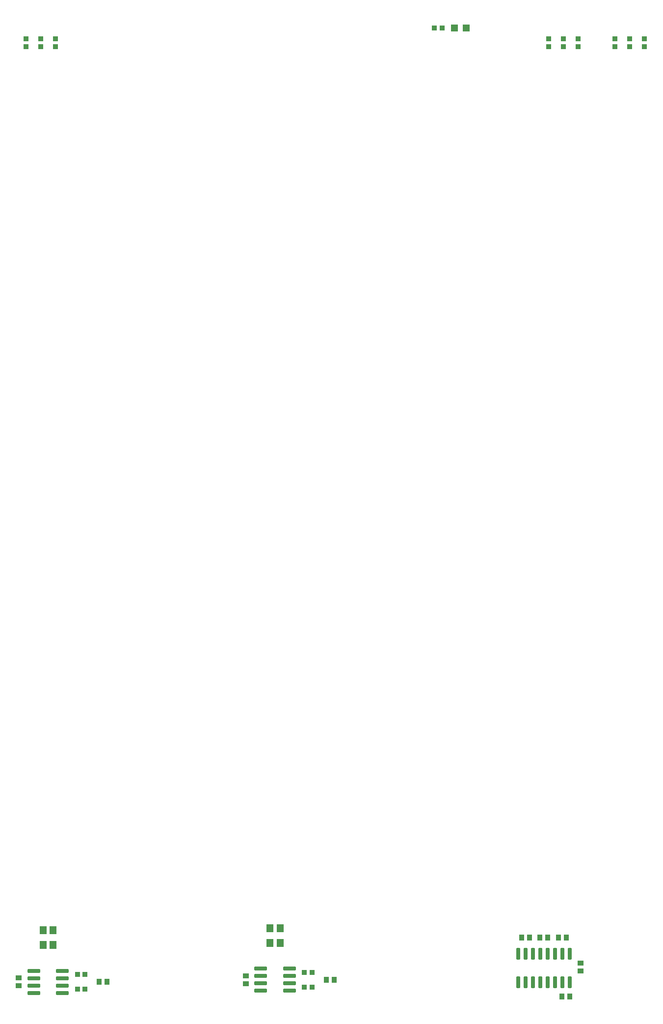
<source format=gtp>
G04*
G04 #@! TF.GenerationSoftware,Altium Limited,Altium Designer,21.9.2 (33)*
G04*
G04 Layer_Color=8421504*
%FSLAX44Y44*%
%MOMM*%
G71*
G04*
G04 #@! TF.SameCoordinates,D0450A9E-FE46-4EA2-B322-C77A40C1B8EA*
G04*
G04*
G04 #@! TF.FilePolarity,Positive*
G04*
G01*
G75*
%ADD16R,1.2000X1.2000*%
%ADD17R,0.8500X0.9500*%
%ADD18R,0.9500X0.8500*%
G04:AMPARAMS|DCode=19|XSize=1.97mm|YSize=0.6mm|CornerRadius=0.075mm|HoleSize=0mm|Usage=FLASHONLY|Rotation=270.000|XOffset=0mm|YOffset=0mm|HoleType=Round|Shape=RoundedRectangle|*
%AMROUNDEDRECTD19*
21,1,1.9700,0.4500,0,0,270.0*
21,1,1.8200,0.6000,0,0,270.0*
1,1,0.1500,-0.2250,-0.9100*
1,1,0.1500,-0.2250,0.9100*
1,1,0.1500,0.2250,0.9100*
1,1,0.1500,0.2250,-0.9100*
%
%ADD19ROUNDEDRECTD19*%
%ADD20R,0.9000X1.0000*%
%ADD21R,1.0000X0.9000*%
G04:AMPARAMS|DCode=22|XSize=2.159mm|YSize=0.6858mm|CornerRadius=0.0857mm|HoleSize=0mm|Usage=FLASHONLY|Rotation=0.000|XOffset=0mm|YOffset=0mm|HoleType=Round|Shape=RoundedRectangle|*
%AMROUNDEDRECTD22*
21,1,2.1590,0.5143,0,0,0.0*
21,1,1.9876,0.6858,0,0,0.0*
1,1,0.1715,0.9938,-0.2572*
1,1,0.1715,-0.9938,-0.2572*
1,1,0.1715,-0.9938,0.2572*
1,1,0.1715,0.9938,0.2572*
%
%ADD22ROUNDEDRECTD22*%
%ADD23R,1.1500X1.3500*%
D16*
X1043600Y1828800D02*
D03*
X1064600D02*
D03*
D17*
X1022500D02*
D03*
X1009500D02*
D03*
X406550Y171450D02*
D03*
X393550D02*
D03*
Y196850D02*
D03*
X406550D02*
D03*
X785200Y200890D02*
D03*
X798200D02*
D03*
Y175490D02*
D03*
X785200D02*
D03*
D18*
X1371600Y1809900D02*
D03*
Y1796900D02*
D03*
X1320800Y1809900D02*
D03*
Y1796900D02*
D03*
X1346200Y1809900D02*
D03*
Y1796900D02*
D03*
X1257300Y1809900D02*
D03*
Y1796900D02*
D03*
X1231900Y1809900D02*
D03*
Y1796900D02*
D03*
X1206500Y1809900D02*
D03*
Y1796900D02*
D03*
X355600Y1809900D02*
D03*
Y1796900D02*
D03*
X330200Y1809900D02*
D03*
Y1796900D02*
D03*
X304800Y1809900D02*
D03*
Y1796900D02*
D03*
D19*
X1242550Y233030D02*
D03*
X1229850D02*
D03*
X1217150D02*
D03*
X1204450D02*
D03*
X1191750D02*
D03*
X1179050D02*
D03*
X1166350D02*
D03*
X1153650D02*
D03*
Y183530D02*
D03*
X1166350D02*
D03*
X1179050D02*
D03*
X1191750D02*
D03*
X1204450D02*
D03*
X1217150D02*
D03*
X1229850D02*
D03*
X1242550D02*
D03*
D20*
X431000Y184150D02*
D03*
X444500D02*
D03*
X823050Y188190D02*
D03*
X836550D02*
D03*
X1236600Y260350D02*
D03*
X1223100D02*
D03*
X1204450D02*
D03*
X1190950D02*
D03*
X1173100D02*
D03*
X1159600D02*
D03*
X1242950Y158750D02*
D03*
X1229450D02*
D03*
D21*
X292100Y190900D02*
D03*
Y177400D02*
D03*
X683750Y194940D02*
D03*
Y181440D02*
D03*
X1261600Y216300D02*
D03*
Y202800D02*
D03*
D22*
X318200Y165100D02*
D03*
Y177800D02*
D03*
Y190500D02*
D03*
Y203200D02*
D03*
X367600D02*
D03*
Y190500D02*
D03*
Y177800D02*
D03*
Y165100D02*
D03*
X709850Y169140D02*
D03*
Y181840D02*
D03*
Y194540D02*
D03*
Y207240D02*
D03*
X759250D02*
D03*
Y194540D02*
D03*
Y181840D02*
D03*
Y169140D02*
D03*
D23*
X351650Y247650D02*
D03*
X334150D02*
D03*
Y273050D02*
D03*
X351650D02*
D03*
X725800Y277090D02*
D03*
X743300D02*
D03*
Y251690D02*
D03*
X725800D02*
D03*
M02*

</source>
